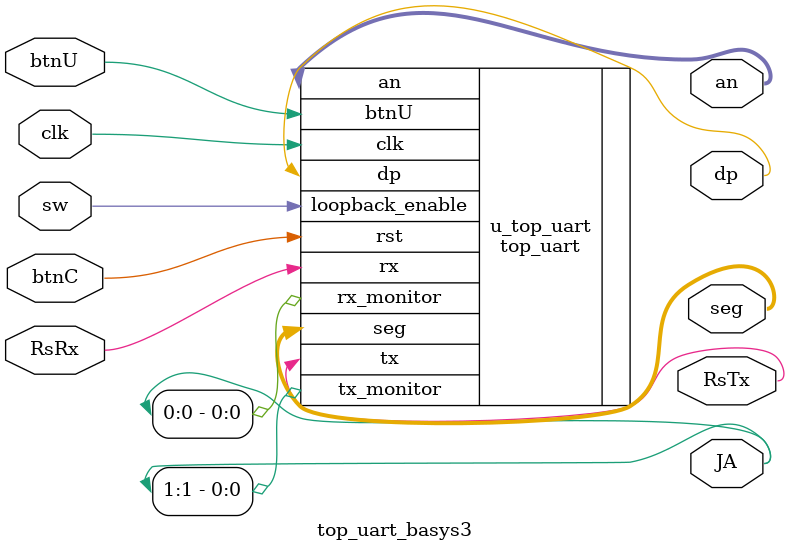
<source format=sv>
`timescale 1 ns / 1 ps

module top_uart_basys3 (
    input logic clk,
    input logic btnC,
    input logic sw,
    input logic RsRx,
    input logic btnU,

    output logic RsTx,
    output logic [1:0] JA,

    output logic [3:0] an,
    output logic [6:0] seg,
    output logic dp
);


    top_uart u_top_uart (
        .clk(clk),
        .rst(btnC),
        .btnU,
        .loopback_enable(sw),
        .rx(RsRx),
        .tx(RsTx),
        .rx_monitor(JA[0]),
        .tx_monitor(JA[1]),
        .an,
        .dp,
        .seg
    );

endmodule

</source>
